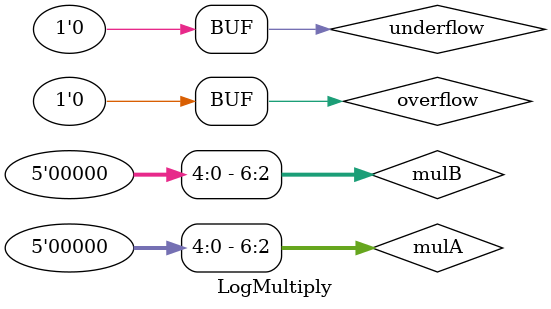
<source format=sv>


module LogMultiply #(parameter M=3,
                     parameter F=4,
                     parameter M_OUT=4,
                     parameter SATURATE_MAX=1)
  (LogNumberUnpacked.InputIf a,
   LogNumberUnpacked.InputIf b,
   LogNumberUnpacked.OutputIf c);

  initial begin
    assert(a.M == M);
    assert(a.F == F);
    assert(b.M == M);
    assert(b.F == F);
    assert(c.M == M_OUT);
    assert(c.F == F);

    assert(M_OUT >= M);
  end

  logic sign;

  // Expanded form of a and b for addition (with a carry bit)
  logic signed [M+F-1:0] mulA;
  logic signed [M+F-1:0] mulB;

  // The sum of the above
  logic signed [M+F:0] mul;

  // The output exponent
  logic signed [M_OUT-1:0] logExpOut;

  logic underflow;
  logic overflow;

  generate
    if (M_OUT <= M) begin
      always_comb begin
        // It is necessary to check for log exponent underflow/overflow
        underflow = signed'(mul[M+F:F]) < signed'((M+1)'(-(2 ** (M_OUT-1))));
        overflow = signed'(mul[M+F:F]) >= signed'((M+1)'(2 ** (M_OUT-1)));
      end
    end else begin
      // If M_OUT is larger, then we can hold the largest and smallest possible
      // product
      always_comb begin
        underflow = 1'b0;
        overflow = 1'b0;
      end
    end
  endgenerate

  always_comb begin
    // Resulting sign of the multiply
    sign = a.data.sign ^ b.data.sign;

    mulA = {a.data.signedLogExp, a.data.logFrac};
    mulB = {b.data.signedLogExp, b.data.logFrac};

    mul = (F+M+1)'(mulA) + (F+M+1)'(mulB);

    c.data.isInf = a.data.isInf || b.data.isInf || (!SATURATE_MAX && overflow);
    c.data.isZero = !c.data.isInf &&
                    (a.data.isZero || b.data.isZero || underflow);

    // sign can be garbage if isInf || isZero
    c.data.sign = sign;

    logExpOut = M_OUT'(mul[M+F:F]);

    // signedLogExp and logFrac can be garbage if isInf || isZero
    if (SATURATE_MAX && overflow) begin
      // maximum positive signed exponent
      c.data.signedLogExp = {1'b0, {(M_OUT-1){1'b1}}};
      c.data.logFrac = {F{1'b1}};
    end else begin
      c.data.signedLogExp = logExpOut;
      c.data.logFrac = mul[F-1:0];
    end
  end
endmodule

</source>
